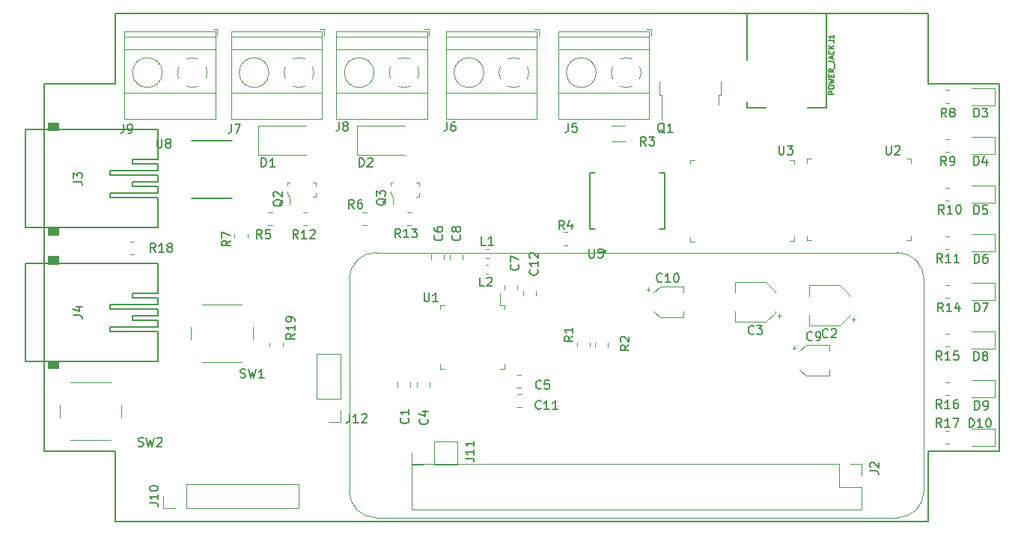
<source format=gbr>
%TF.GenerationSoftware,KiCad,Pcbnew,(5.1.9)-1*%
%TF.CreationDate,2021-07-08T16:45:59-05:00*%
%TF.ProjectId,RPi_Zero_pHat_Template,5250695f-5a65-4726-9f5f-704861745f54,rev?*%
%TF.SameCoordinates,Original*%
%TF.FileFunction,Legend,Top*%
%TF.FilePolarity,Positive*%
%FSLAX46Y46*%
G04 Gerber Fmt 4.6, Leading zero omitted, Abs format (unit mm)*
G04 Created by KiCad (PCBNEW (5.1.9)-1) date 2021-07-08 16:45:59*
%MOMM*%
%LPD*%
G01*
G04 APERTURE LIST*
%TA.AperFunction,Profile*%
%ADD10C,0.150000*%
%TD*%
%ADD11C,0.100000*%
%ADD12C,0.010000*%
%ADD13C,0.203200*%
%ADD14C,0.127000*%
%ADD15C,0.200000*%
%ADD16C,0.120000*%
%ADD17C,0.300000*%
%ADD18C,0.150000*%
G04 APERTURE END LIST*
D10*
X197750000Y-125046000D02*
X197750000Y-83546000D01*
X189750000Y-83546000D02*
X197750000Y-83546000D01*
X189750000Y-83546000D02*
X189750000Y-75546000D01*
X197750000Y-125046000D02*
X189750000Y-125046000D01*
X189750000Y-133046000D02*
X189750000Y-125046000D01*
X97750000Y-133046000D02*
X189750000Y-133046000D01*
X97750000Y-125046000D02*
X97750000Y-133046000D01*
X97750000Y-125046000D02*
X89750000Y-125046000D01*
X89750000Y-125046000D02*
X89750000Y-83546000D01*
X89750000Y-83546000D02*
X97750000Y-83546000D01*
X97750000Y-75546000D02*
X97750000Y-83546000D01*
X97750000Y-75546000D02*
X189750000Y-75546000D01*
D11*
X186260000Y-132605000D02*
G75*
G03*
X189260000Y-129605000I0J3000000D01*
G01*
X189260000Y-129605000D02*
X189260000Y-105605000D01*
X186260000Y-132605000D02*
X127260000Y-132605000D01*
X124260000Y-129605000D02*
G75*
G03*
X127260000Y-132605000I3000000J0D01*
G01*
X127260000Y-102605000D02*
G75*
G03*
X124260000Y-105605000I0J-3000000D01*
G01*
X189260000Y-105605000D02*
G75*
G03*
X186260000Y-102605000I-3000000J0D01*
G01*
X186260000Y-102605000D02*
X127260000Y-102605000D01*
X124260000Y-129605000D02*
X124260000Y-105605000D01*
D12*
%TO.C,J4*%
G36*
X91326650Y-102997000D02*
G01*
X91326650Y-103875330D01*
X90170000Y-103875330D01*
X90170000Y-102997000D01*
X91326650Y-102997000D01*
G37*
X91326650Y-102997000D02*
X91326650Y-103875330D01*
X90170000Y-103875330D01*
X90170000Y-102997000D01*
X91326650Y-102997000D01*
G36*
X91326650Y-114818670D02*
G01*
X91326650Y-115697000D01*
X90170000Y-115697000D01*
X90170000Y-114818670D01*
X91326650Y-114818670D01*
G37*
X91326650Y-114818670D02*
X91326650Y-115697000D01*
X90170000Y-115697000D01*
X90170000Y-114818670D01*
X91326650Y-114818670D01*
D13*
X102610900Y-110236000D02*
X99695000Y-110236000D01*
X102616000Y-109728000D02*
X99695000Y-109728000D01*
X99695000Y-109728000D02*
X99695000Y-110236000D01*
X97155000Y-108458000D02*
X97155000Y-108966000D01*
X102611000Y-108458000D02*
X97155000Y-108458000D01*
X102616000Y-108966000D02*
X97155000Y-108966000D01*
X99695000Y-107188000D02*
X99695000Y-107696000D01*
X102616000Y-107696000D02*
X99695000Y-107696000D01*
X102616000Y-107188000D02*
X99695000Y-107188000D01*
X102616000Y-111506000D02*
X97155000Y-111506000D01*
X87611000Y-103801000D02*
X102611000Y-103801000D01*
X97155000Y-110998000D02*
X97155000Y-111506000D01*
X102616100Y-111506000D02*
X102610900Y-111506000D01*
X102610900Y-111506000D02*
X102611000Y-114893000D01*
X102616000Y-107696000D02*
X102616000Y-108458000D01*
X87611000Y-114808000D02*
X87611000Y-103886000D01*
X102616000Y-110236000D02*
X102616000Y-110998000D01*
X102616000Y-110998000D02*
X97155000Y-110998000D01*
X102616000Y-108966000D02*
X102616000Y-109728000D01*
X102611000Y-114893000D02*
X87611000Y-114893000D01*
X102616000Y-107188000D02*
X102611000Y-107188000D01*
X102611000Y-103801000D02*
X102611000Y-107188000D01*
D12*
%TO.C,J3*%
G36*
X91326650Y-87884000D02*
G01*
X91326650Y-88762330D01*
X90170000Y-88762330D01*
X90170000Y-87884000D01*
X91326650Y-87884000D01*
G37*
X91326650Y-87884000D02*
X91326650Y-88762330D01*
X90170000Y-88762330D01*
X90170000Y-87884000D01*
X91326650Y-87884000D01*
G36*
X91326650Y-99705670D02*
G01*
X91326650Y-100584000D01*
X90170000Y-100584000D01*
X90170000Y-99705670D01*
X91326650Y-99705670D01*
G37*
X91326650Y-99705670D02*
X91326650Y-100584000D01*
X90170000Y-100584000D01*
X90170000Y-99705670D01*
X91326650Y-99705670D01*
D13*
X102610900Y-95123000D02*
X99695000Y-95123000D01*
X102616000Y-94615000D02*
X99695000Y-94615000D01*
X99695000Y-94615000D02*
X99695000Y-95123000D01*
X97155000Y-93345000D02*
X97155000Y-93853000D01*
X102611000Y-93345000D02*
X97155000Y-93345000D01*
X102616000Y-93853000D02*
X97155000Y-93853000D01*
X99695000Y-92075000D02*
X99695000Y-92583000D01*
X102616000Y-92583000D02*
X99695000Y-92583000D01*
X102616000Y-92075000D02*
X99695000Y-92075000D01*
X102616000Y-96393000D02*
X97155000Y-96393000D01*
X87611000Y-88688000D02*
X102611000Y-88688000D01*
X97155000Y-95885000D02*
X97155000Y-96393000D01*
X102616100Y-96393000D02*
X102610900Y-96393000D01*
X102610900Y-96393000D02*
X102611000Y-99780000D01*
X102616000Y-92583000D02*
X102616000Y-93345000D01*
X87611000Y-99695000D02*
X87611000Y-88773000D01*
X102616000Y-95123000D02*
X102616000Y-95885000D01*
X102616000Y-95885000D02*
X97155000Y-95885000D01*
X102616000Y-93853000D02*
X102616000Y-94615000D01*
X102611000Y-99780000D02*
X87611000Y-99780000D01*
X102616000Y-92075000D02*
X102611000Y-92075000D01*
X102611000Y-88688000D02*
X102611000Y-92075000D01*
D14*
%TO.C,U8*%
X106387000Y-96493000D02*
X111037000Y-96493000D01*
X106387000Y-89943000D02*
X111037000Y-89943000D01*
D15*
X103857000Y-90278000D02*
G75*
G03*
X103857000Y-90278000I-100000J0D01*
G01*
D16*
%TO.C,R3*%
X155413064Y-90064000D02*
X153958936Y-90064000D01*
X155413064Y-88244000D02*
X153958936Y-88244000D01*
%TO.C,J10*%
X118563700Y-131479600D02*
X118563700Y-128819600D01*
X105803700Y-131479600D02*
X118563700Y-131479600D01*
X105803700Y-128819600D02*
X118563700Y-128819600D01*
X105803700Y-131479600D02*
X105803700Y-128819600D01*
X104533700Y-131479600D02*
X103203700Y-131479600D01*
X103203700Y-131479600D02*
X103203700Y-130149600D01*
%TO.C,L2*%
X139989779Y-105031000D02*
X139664221Y-105031000D01*
X139989779Y-104011000D02*
X139664221Y-104011000D01*
%TO.C,L1*%
X139689721Y-102233000D02*
X140015279Y-102233000D01*
X139689721Y-103253000D02*
X140015279Y-103253000D01*
%TO.C,C10*%
X162034000Y-109964000D02*
X162034000Y-109264000D01*
X162034000Y-106444000D02*
X162034000Y-107144000D01*
X159403437Y-106444000D02*
X162034000Y-106444000D01*
X159403437Y-109964000D02*
X162034000Y-109964000D01*
X158703437Y-107144000D02*
X159403437Y-106444000D01*
X158703437Y-109264000D02*
X159403437Y-109964000D01*
X157899000Y-106769000D02*
X158274000Y-106769000D01*
X158086500Y-106581500D02*
X158086500Y-106956500D01*
%TO.C,C9*%
X178544000Y-116568000D02*
X178544000Y-115868000D01*
X178544000Y-113048000D02*
X178544000Y-113748000D01*
X175913437Y-113048000D02*
X178544000Y-113048000D01*
X175913437Y-116568000D02*
X178544000Y-116568000D01*
X175213437Y-113748000D02*
X175913437Y-113048000D01*
X175213437Y-115868000D02*
X175913437Y-116568000D01*
X174409000Y-113373000D02*
X174784000Y-113373000D01*
X174596500Y-113185500D02*
X174596500Y-113560500D01*
%TO.C,C3*%
X167920000Y-105944000D02*
X167920000Y-107144000D01*
X167920000Y-110464000D02*
X167920000Y-109264000D01*
X171375563Y-110464000D02*
X167920000Y-110464000D01*
X171375563Y-105944000D02*
X167920000Y-105944000D01*
X172440000Y-107008437D02*
X172440000Y-107144000D01*
X172440000Y-109399563D02*
X172440000Y-109264000D01*
X172440000Y-109399563D02*
X171375563Y-110464000D01*
X172440000Y-107008437D02*
X171375563Y-105944000D01*
X173180000Y-109764000D02*
X172680000Y-109764000D01*
X172930000Y-110014000D02*
X172930000Y-109514000D01*
%TO.C,C2*%
X176302000Y-106325000D02*
X176302000Y-107525000D01*
X176302000Y-110845000D02*
X176302000Y-109645000D01*
X179757563Y-110845000D02*
X176302000Y-110845000D01*
X179757563Y-106325000D02*
X176302000Y-106325000D01*
X180822000Y-107389437D02*
X180822000Y-107525000D01*
X180822000Y-109780563D02*
X180822000Y-109645000D01*
X180822000Y-109780563D02*
X179757563Y-110845000D01*
X180822000Y-107389437D02*
X179757563Y-106325000D01*
X181562000Y-110145000D02*
X181062000Y-110145000D01*
X181312000Y-110395000D02*
X181312000Y-109895000D01*
%TO.C,SW2*%
X98494800Y-121313200D02*
X98494800Y-119813200D01*
X97244800Y-117313200D02*
X92744800Y-117313200D01*
X91494800Y-119813200D02*
X91494800Y-121313200D01*
X92744800Y-123813200D02*
X97244800Y-123813200D01*
%TO.C,J11*%
X131296100Y-126615500D02*
X131296100Y-125285500D01*
X132626100Y-126615500D02*
X131296100Y-126615500D01*
X133896100Y-126615500D02*
X133896100Y-123955500D01*
X133896100Y-123955500D02*
X136496100Y-123955500D01*
X133896100Y-126615500D02*
X136496100Y-126615500D01*
X136496100Y-126615500D02*
X136496100Y-123955500D01*
%TO.C,C1*%
X129719400Y-117797252D02*
X129719400Y-117274748D01*
X131189400Y-117797252D02*
X131189400Y-117274748D01*
D11*
%TO.C,Q2*%
X117222000Y-94679000D02*
X117522000Y-94679000D01*
X117222000Y-95054000D02*
X117222000Y-94679000D01*
X120522000Y-94679000D02*
X120522000Y-95129000D01*
X120222000Y-94679000D02*
X120522000Y-94679000D01*
X120297000Y-94679000D02*
X120172000Y-94679000D01*
X120522000Y-96329000D02*
X120172000Y-96329000D01*
X120522000Y-95854000D02*
X120522000Y-96329000D01*
X117547000Y-96329000D02*
X117547000Y-97104000D01*
X117497000Y-96329000D02*
X117547000Y-96329000D01*
X117222000Y-95954000D02*
X117497000Y-96329000D01*
X117222000Y-95679000D02*
X117222000Y-95954000D01*
D16*
%TO.C,D2*%
X125124000Y-88266000D02*
X130524000Y-88266000D01*
X125124000Y-91566000D02*
X130524000Y-91566000D01*
X125124000Y-88266000D02*
X125124000Y-91566000D01*
%TO.C,D1*%
X113980000Y-88266000D02*
X119380000Y-88266000D01*
X113980000Y-91566000D02*
X119380000Y-91566000D01*
X113980000Y-88266000D02*
X113980000Y-91566000D01*
D11*
%TO.C,Q3*%
X128906000Y-94679000D02*
X129206000Y-94679000D01*
X128906000Y-95054000D02*
X128906000Y-94679000D01*
X132206000Y-94679000D02*
X132206000Y-95129000D01*
X131906000Y-94679000D02*
X132206000Y-94679000D01*
X131981000Y-94679000D02*
X131856000Y-94679000D01*
X132206000Y-96329000D02*
X131856000Y-96329000D01*
X132206000Y-95854000D02*
X132206000Y-96329000D01*
X129231000Y-96329000D02*
X129231000Y-97104000D01*
X129181000Y-96329000D02*
X129231000Y-96329000D01*
X128906000Y-95954000D02*
X129181000Y-96329000D01*
X128906000Y-95679000D02*
X128906000Y-95954000D01*
D16*
%TO.C,D3*%
X197313500Y-84003000D02*
X194628500Y-84003000D01*
X197313500Y-85923000D02*
X197313500Y-84003000D01*
X194628500Y-85923000D02*
X197313500Y-85923000D01*
%TO.C,J12*%
X123237300Y-114049500D02*
X120577300Y-114049500D01*
X123237300Y-119189500D02*
X123237300Y-114049500D01*
X120577300Y-119189500D02*
X120577300Y-114049500D01*
X123237300Y-119189500D02*
X120577300Y-119189500D01*
X123237300Y-120459500D02*
X123237300Y-121789500D01*
X123237300Y-121789500D02*
X121907300Y-121789500D01*
%TO.C,J2*%
X182220000Y-126505000D02*
X182220000Y-127835000D01*
X180890000Y-126505000D02*
X182220000Y-126505000D01*
X182220000Y-129105000D02*
X182220000Y-131705000D01*
X179620000Y-129105000D02*
X182220000Y-129105000D01*
X179620000Y-126505000D02*
X179620000Y-129105000D01*
X182220000Y-131705000D02*
X131300000Y-131705000D01*
X179620000Y-126505000D02*
X131300000Y-126505000D01*
X131300000Y-126505000D02*
X131300000Y-131705000D01*
%TO.C,SW1*%
X113341100Y-112499400D02*
X113341100Y-110999400D01*
X112091100Y-108499400D02*
X107591100Y-108499400D01*
X106341100Y-110999400D02*
X106341100Y-112499400D01*
X107591100Y-114999400D02*
X112091100Y-114999400D01*
%TO.C,C7*%
X141797100Y-106788852D02*
X141797100Y-106266348D01*
X143267100Y-106788852D02*
X143267100Y-106266348D01*
%TO.C,C11*%
X143745852Y-120089600D02*
X143223348Y-120089600D01*
X143745852Y-118619600D02*
X143223348Y-118619600D01*
%TO.C,C5*%
X143682352Y-117905200D02*
X143159848Y-117905200D01*
X143682352Y-116435200D02*
X143159848Y-116435200D01*
%TO.C,C4*%
X131891100Y-117799752D02*
X131891100Y-117277248D01*
X133361100Y-117799752D02*
X133361100Y-117277248D01*
%TO.C,R19*%
X115266800Y-112813736D02*
X115266800Y-113267864D01*
X116736800Y-112813736D02*
X116736800Y-113267864D01*
%TO.C,C8*%
X137069500Y-103375052D02*
X137069500Y-102852548D01*
X135599500Y-103375052D02*
X135599500Y-102852548D01*
%TO.C,C6*%
X134961300Y-103375052D02*
X134961300Y-102852548D01*
X133491300Y-103375052D02*
X133491300Y-102852548D01*
%TO.C,J8*%
X127054400Y-82245200D02*
G75*
G03*
X127054400Y-82245200I-1680000J0D01*
G01*
X133054400Y-78145200D02*
X122774400Y-78145200D01*
X133054400Y-79645200D02*
X122774400Y-79645200D01*
X133054400Y-84546200D02*
X122774400Y-84546200D01*
X133054400Y-87506200D02*
X122774400Y-87506200D01*
X133054400Y-77585200D02*
X122774400Y-77585200D01*
X133054400Y-87506200D02*
X133054400Y-77585200D01*
X122774400Y-87506200D02*
X122774400Y-77585200D01*
X124099400Y-83314200D02*
X124146400Y-83268200D01*
X126408400Y-81006200D02*
X126443400Y-80971200D01*
X124304400Y-83520200D02*
X124339400Y-83484200D01*
X126601400Y-81222200D02*
X126648400Y-81176200D01*
X133294400Y-78085200D02*
X133294400Y-77345200D01*
X133294400Y-77345200D02*
X132794400Y-77345200D01*
X130425595Y-80564947D02*
G75*
G02*
X131138400Y-80710200I28805J-1680253D01*
G01*
X131989826Y-81562158D02*
G75*
G02*
X131989400Y-82929200I-1535426J-683042D01*
G01*
X131137442Y-83780626D02*
G75*
G02*
X129770400Y-83780200I-683042J1535426D01*
G01*
X128918974Y-82928242D02*
G75*
G02*
X128919400Y-81561200I1535426J683042D01*
G01*
X129771082Y-80710444D02*
G75*
G02*
X130454400Y-80565200I683318J-1534756D01*
G01*
%TO.C,J7*%
X115167200Y-82245200D02*
G75*
G03*
X115167200Y-82245200I-1680000J0D01*
G01*
X121167200Y-78145200D02*
X110887200Y-78145200D01*
X121167200Y-79645200D02*
X110887200Y-79645200D01*
X121167200Y-84546200D02*
X110887200Y-84546200D01*
X121167200Y-87506200D02*
X110887200Y-87506200D01*
X121167200Y-77585200D02*
X110887200Y-77585200D01*
X121167200Y-87506200D02*
X121167200Y-77585200D01*
X110887200Y-87506200D02*
X110887200Y-77585200D01*
X112212200Y-83314200D02*
X112259200Y-83268200D01*
X114521200Y-81006200D02*
X114556200Y-80971200D01*
X112417200Y-83520200D02*
X112452200Y-83484200D01*
X114714200Y-81222200D02*
X114761200Y-81176200D01*
X121407200Y-78085200D02*
X121407200Y-77345200D01*
X121407200Y-77345200D02*
X120907200Y-77345200D01*
X118538395Y-80564947D02*
G75*
G02*
X119251200Y-80710200I28805J-1680253D01*
G01*
X120102626Y-81562158D02*
G75*
G02*
X120102200Y-82929200I-1535426J-683042D01*
G01*
X119250242Y-83780626D02*
G75*
G02*
X117883200Y-83780200I-683042J1535426D01*
G01*
X117031774Y-82928242D02*
G75*
G02*
X117032200Y-81561200I1535426J683042D01*
G01*
X117883882Y-80710444D02*
G75*
G02*
X118567200Y-80565200I683318J-1534756D01*
G01*
%TO.C,R18*%
X99444436Y-101373000D02*
X99898564Y-101373000D01*
X99444436Y-102843000D02*
X99898564Y-102843000D01*
%TO.C,R17*%
X191669936Y-122798000D02*
X192124064Y-122798000D01*
X191669936Y-124268000D02*
X192124064Y-124268000D01*
%TO.C,D10*%
X194628500Y-124493000D02*
X197313500Y-124493000D01*
X197313500Y-124493000D02*
X197313500Y-122573000D01*
X197313500Y-122573000D02*
X194628500Y-122573000D01*
%TO.C,R16*%
X191669936Y-117288000D02*
X192124064Y-117288000D01*
X191669936Y-118758000D02*
X192124064Y-118758000D01*
%TO.C,D9*%
X194628500Y-118983000D02*
X197313500Y-118983000D01*
X197313500Y-118983000D02*
X197313500Y-117063000D01*
X197313500Y-117063000D02*
X194628500Y-117063000D01*
%TO.C,R15*%
X191669936Y-111778000D02*
X192124064Y-111778000D01*
X191669936Y-113248000D02*
X192124064Y-113248000D01*
%TO.C,D8*%
X194628500Y-113473000D02*
X197313500Y-113473000D01*
X197313500Y-113473000D02*
X197313500Y-111553000D01*
X197313500Y-111553000D02*
X194628500Y-111553000D01*
%TO.C,R14*%
X191669936Y-106268000D02*
X192124064Y-106268000D01*
X191669936Y-107738000D02*
X192124064Y-107738000D01*
%TO.C,D7*%
X194628500Y-107963000D02*
X197313500Y-107963000D01*
X197313500Y-107963000D02*
X197313500Y-106043000D01*
X197313500Y-106043000D02*
X194628500Y-106043000D01*
%TO.C,R13*%
X131291064Y-99541000D02*
X130836936Y-99541000D01*
X131291064Y-98071000D02*
X130836936Y-98071000D01*
%TO.C,R12*%
X119503564Y-99541000D02*
X119049436Y-99541000D01*
X119503564Y-98071000D02*
X119049436Y-98071000D01*
%TO.C,R11*%
X191669936Y-102228000D02*
X192124064Y-102228000D01*
X191669936Y-100758000D02*
X192124064Y-100758000D01*
%TO.C,D6*%
X197313500Y-100533000D02*
X194628500Y-100533000D01*
X197313500Y-102453000D02*
X197313500Y-100533000D01*
X194628500Y-102453000D02*
X197313500Y-102453000D01*
D17*
%TO.C,U5*%
X153202000Y-102474000D02*
G75*
G03*
X153202000Y-102474000I-100000J0D01*
G01*
D14*
X159957000Y-99924000D02*
X159957000Y-93624000D01*
X159952000Y-99949000D02*
X159352000Y-99949000D01*
X159952000Y-93599000D02*
X159352000Y-93599000D01*
X151447000Y-99949000D02*
X152052000Y-99949000D01*
X151447000Y-93599000D02*
X151447000Y-99949000D01*
X152052000Y-93599000D02*
X151447000Y-93599000D01*
D16*
%TO.C,Q1*%
X165994000Y-84766000D02*
X165994000Y-85866000D01*
X166264000Y-84766000D02*
X165994000Y-84766000D01*
X166264000Y-83266000D02*
X166264000Y-84766000D01*
X159634000Y-84766000D02*
X159634000Y-87596000D01*
X159364000Y-84766000D02*
X159634000Y-84766000D01*
X159364000Y-83266000D02*
X159364000Y-84766000D01*
%TO.C,R10*%
X191669936Y-95248000D02*
X192124064Y-95248000D01*
X191669936Y-96718000D02*
X192124064Y-96718000D01*
%TO.C,D5*%
X194628500Y-96943000D02*
X197313500Y-96943000D01*
X197313500Y-96943000D02*
X197313500Y-95023000D01*
X197313500Y-95023000D02*
X194628500Y-95023000D01*
%TO.C,R9*%
X192124064Y-91208000D02*
X191669936Y-91208000D01*
X192124064Y-89738000D02*
X191669936Y-89738000D01*
%TO.C,R8*%
X192124064Y-85698000D02*
X191669936Y-85698000D01*
X192124064Y-84228000D02*
X191669936Y-84228000D01*
%TO.C,D4*%
X194628500Y-91433000D02*
X197313500Y-91433000D01*
X197313500Y-91433000D02*
X197313500Y-89513000D01*
X197313500Y-89513000D02*
X194628500Y-89513000D01*
%TO.C,U1*%
X134566000Y-115301000D02*
X134566000Y-115751000D01*
X134566000Y-115751000D02*
X135016000Y-115751000D01*
X134566000Y-108981000D02*
X134566000Y-108531000D01*
X134566000Y-108531000D02*
X135016000Y-108531000D01*
X141786000Y-115301000D02*
X141786000Y-115751000D01*
X141786000Y-115751000D02*
X141336000Y-115751000D01*
X141786000Y-108981000D02*
X141786000Y-108531000D01*
X141786000Y-108531000D02*
X141336000Y-108531000D01*
X141336000Y-108531000D02*
X141336000Y-107241000D01*
%TO.C,R2*%
X153541400Y-112817536D02*
X153541400Y-113271664D01*
X152071400Y-112817536D02*
X152071400Y-113271664D01*
%TO.C,R1*%
X151484000Y-112815636D02*
X151484000Y-113269764D01*
X150014000Y-112815636D02*
X150014000Y-113269764D01*
%TO.C,C12*%
X143905300Y-107464452D02*
X143905300Y-106941948D01*
X145375300Y-107464452D02*
X145375300Y-106941948D01*
%TO.C,R7*%
X112749000Y-100507436D02*
X112749000Y-100961564D01*
X111279000Y-100507436D02*
X111279000Y-100961564D01*
%TO.C,R6*%
X126211064Y-98071000D02*
X125756936Y-98071000D01*
X126211064Y-99541000D02*
X125756936Y-99541000D01*
%TO.C,R5*%
X115543064Y-98071000D02*
X115088936Y-98071000D01*
X115543064Y-99541000D02*
X115088936Y-99541000D01*
%TO.C,J9*%
X109342200Y-77345200D02*
X108842200Y-77345200D01*
X109342200Y-78085200D02*
X109342200Y-77345200D01*
X102649200Y-81222200D02*
X102696200Y-81176200D01*
X100352200Y-83520200D02*
X100387200Y-83484200D01*
X102456200Y-81006200D02*
X102491200Y-80971200D01*
X100147200Y-83314200D02*
X100194200Y-83268200D01*
X98822200Y-87506200D02*
X98822200Y-77585200D01*
X109102200Y-87506200D02*
X109102200Y-77585200D01*
X109102200Y-77585200D02*
X98822200Y-77585200D01*
X109102200Y-87506200D02*
X98822200Y-87506200D01*
X109102200Y-84546200D02*
X98822200Y-84546200D01*
X109102200Y-79645200D02*
X98822200Y-79645200D01*
X109102200Y-78145200D02*
X98822200Y-78145200D01*
X103102200Y-82245200D02*
G75*
G03*
X103102200Y-82245200I-1680000J0D01*
G01*
X106473395Y-80564947D02*
G75*
G02*
X107186200Y-80710200I28805J-1680253D01*
G01*
X108037626Y-81562158D02*
G75*
G02*
X108037200Y-82929200I-1535426J-683042D01*
G01*
X107185242Y-83780626D02*
G75*
G02*
X105818200Y-83780200I-683042J1535426D01*
G01*
X104966774Y-82928242D02*
G75*
G02*
X104967200Y-81561200I1535426J683042D01*
G01*
X105818882Y-80710444D02*
G75*
G02*
X106502200Y-80565200I683318J-1534756D01*
G01*
%TO.C,J6*%
X145715000Y-77345200D02*
X145215000Y-77345200D01*
X145715000Y-78085200D02*
X145715000Y-77345200D01*
X139022000Y-81222200D02*
X139069000Y-81176200D01*
X136725000Y-83520200D02*
X136760000Y-83484200D01*
X138829000Y-81006200D02*
X138864000Y-80971200D01*
X136520000Y-83314200D02*
X136567000Y-83268200D01*
X135195000Y-87506200D02*
X135195000Y-77585200D01*
X145475000Y-87506200D02*
X145475000Y-77585200D01*
X145475000Y-77585200D02*
X135195000Y-77585200D01*
X145475000Y-87506200D02*
X135195000Y-87506200D01*
X145475000Y-84546200D02*
X135195000Y-84546200D01*
X145475000Y-79645200D02*
X135195000Y-79645200D01*
X145475000Y-78145200D02*
X135195000Y-78145200D01*
X139475000Y-82245200D02*
G75*
G03*
X139475000Y-82245200I-1680000J0D01*
G01*
X142846195Y-80564947D02*
G75*
G02*
X143559000Y-80710200I28805J-1680253D01*
G01*
X144410426Y-81562158D02*
G75*
G02*
X144410000Y-82929200I-1535426J-683042D01*
G01*
X143558042Y-83780626D02*
G75*
G02*
X142191000Y-83780200I-683042J1535426D01*
G01*
X141339574Y-82928242D02*
G75*
G02*
X141340000Y-81561200I1535426J683042D01*
G01*
X142191682Y-80710444D02*
G75*
G02*
X142875000Y-80565200I683318J-1534756D01*
G01*
%TO.C,J5*%
X158415000Y-77345200D02*
X157915000Y-77345200D01*
X158415000Y-78085200D02*
X158415000Y-77345200D01*
X151722000Y-81222200D02*
X151769000Y-81176200D01*
X149425000Y-83520200D02*
X149460000Y-83484200D01*
X151529000Y-81006200D02*
X151564000Y-80971200D01*
X149220000Y-83314200D02*
X149267000Y-83268200D01*
X147895000Y-87506200D02*
X147895000Y-77585200D01*
X158175000Y-87506200D02*
X158175000Y-77585200D01*
X158175000Y-77585200D02*
X147895000Y-77585200D01*
X158175000Y-87506200D02*
X147895000Y-87506200D01*
X158175000Y-84546200D02*
X147895000Y-84546200D01*
X158175000Y-79645200D02*
X147895000Y-79645200D01*
X158175000Y-78145200D02*
X147895000Y-78145200D01*
X152175000Y-82245200D02*
G75*
G03*
X152175000Y-82245200I-1680000J0D01*
G01*
X155546195Y-80564947D02*
G75*
G02*
X156259000Y-80710200I28805J-1680253D01*
G01*
X157110426Y-81562158D02*
G75*
G02*
X157110000Y-82929200I-1535426J-683042D01*
G01*
X156258042Y-83780626D02*
G75*
G02*
X154891000Y-83780200I-683042J1535426D01*
G01*
X154039574Y-82928242D02*
G75*
G02*
X154040000Y-81561200I1535426J683042D01*
G01*
X154891682Y-80710444D02*
G75*
G02*
X155575000Y-80565200I683318J-1534756D01*
G01*
%TO.C,R4*%
X148967564Y-101776200D02*
X148513436Y-101776200D01*
X148967564Y-100306200D02*
X148513436Y-100306200D01*
D13*
%TO.C,J1*%
X178234340Y-75534520D02*
X169237660Y-75534520D01*
X178234340Y-86233000D02*
X176133760Y-86233000D01*
X178234340Y-75534520D02*
X178234340Y-86233000D01*
X169237660Y-86233000D02*
X169237660Y-85534500D01*
X169237660Y-75534520D02*
X169237660Y-80832960D01*
X169237660Y-86233000D02*
X171338240Y-86233000D01*
D11*
%TO.C,U2*%
X176004000Y-101233000D02*
X176004000Y-100733000D01*
X176004000Y-101233000D02*
X176504000Y-101233000D01*
X187754000Y-101183000D02*
X187254000Y-101183000D01*
X187754000Y-101183000D02*
X187754000Y-100683000D01*
X176004000Y-91983000D02*
X176004000Y-92483000D01*
X176004000Y-91983000D02*
X176504000Y-91983000D01*
X187754000Y-91983000D02*
X187254000Y-91983000D01*
X187754000Y-91983000D02*
X187754000Y-92483000D01*
%TO.C,U3*%
X162796000Y-101360000D02*
X162796000Y-100860000D01*
X162796000Y-101360000D02*
X163296000Y-101360000D01*
X174546000Y-101310000D02*
X174046000Y-101310000D01*
X174546000Y-101310000D02*
X174546000Y-100810000D01*
X162796000Y-92110000D02*
X162796000Y-92610000D01*
X162796000Y-92110000D02*
X163296000Y-92110000D01*
X174546000Y-92110000D02*
X174046000Y-92110000D01*
X174546000Y-92110000D02*
X174546000Y-92610000D01*
%TD*%
%TO.C,J4*%
D18*
X93051380Y-109680333D02*
X93765666Y-109680333D01*
X93908523Y-109727952D01*
X94003761Y-109823190D01*
X94051380Y-109966047D01*
X94051380Y-110061285D01*
X93384714Y-108775571D02*
X94051380Y-108775571D01*
X93003761Y-109013666D02*
X93718047Y-109251761D01*
X93718047Y-108632714D01*
%TO.C,J3*%
X93051380Y-94567333D02*
X93765666Y-94567333D01*
X93908523Y-94614952D01*
X94003761Y-94710190D01*
X94051380Y-94853047D01*
X94051380Y-94948285D01*
X93051380Y-94186380D02*
X93051380Y-93567333D01*
X93432333Y-93900666D01*
X93432333Y-93757809D01*
X93479952Y-93662571D01*
X93527571Y-93614952D01*
X93622809Y-93567333D01*
X93860904Y-93567333D01*
X93956142Y-93614952D01*
X94003761Y-93662571D01*
X94051380Y-93757809D01*
X94051380Y-94043523D01*
X94003761Y-94138761D01*
X93956142Y-94186380D01*
%TO.C,U8*%
X102489095Y-89749380D02*
X102489095Y-90558904D01*
X102536714Y-90654142D01*
X102584333Y-90701761D01*
X102679571Y-90749380D01*
X102870047Y-90749380D01*
X102965285Y-90701761D01*
X103012904Y-90654142D01*
X103060523Y-90558904D01*
X103060523Y-89749380D01*
X103679571Y-90177952D02*
X103584333Y-90130333D01*
X103536714Y-90082714D01*
X103489095Y-89987476D01*
X103489095Y-89939857D01*
X103536714Y-89844619D01*
X103584333Y-89797000D01*
X103679571Y-89749380D01*
X103870047Y-89749380D01*
X103965285Y-89797000D01*
X104012904Y-89844619D01*
X104060523Y-89939857D01*
X104060523Y-89987476D01*
X104012904Y-90082714D01*
X103965285Y-90130333D01*
X103870047Y-90177952D01*
X103679571Y-90177952D01*
X103584333Y-90225571D01*
X103536714Y-90273190D01*
X103489095Y-90368428D01*
X103489095Y-90558904D01*
X103536714Y-90654142D01*
X103584333Y-90701761D01*
X103679571Y-90749380D01*
X103870047Y-90749380D01*
X103965285Y-90701761D01*
X104012904Y-90654142D01*
X104060523Y-90558904D01*
X104060523Y-90368428D01*
X104012904Y-90273190D01*
X103965285Y-90225571D01*
X103870047Y-90177952D01*
%TO.C,R3*%
X157821333Y-90495380D02*
X157488000Y-90019190D01*
X157249904Y-90495380D02*
X157249904Y-89495380D01*
X157630857Y-89495380D01*
X157726095Y-89543000D01*
X157773714Y-89590619D01*
X157821333Y-89685857D01*
X157821333Y-89828714D01*
X157773714Y-89923952D01*
X157726095Y-89971571D01*
X157630857Y-90019190D01*
X157249904Y-90019190D01*
X158154666Y-89495380D02*
X158773714Y-89495380D01*
X158440380Y-89876333D01*
X158583238Y-89876333D01*
X158678476Y-89923952D01*
X158726095Y-89971571D01*
X158773714Y-90066809D01*
X158773714Y-90304904D01*
X158726095Y-90400142D01*
X158678476Y-90447761D01*
X158583238Y-90495380D01*
X158297523Y-90495380D01*
X158202285Y-90447761D01*
X158154666Y-90400142D01*
%TO.C,J10*%
X101656080Y-130959123D02*
X102370366Y-130959123D01*
X102513223Y-131006742D01*
X102608461Y-131101980D01*
X102656080Y-131244838D01*
X102656080Y-131340076D01*
X102656080Y-129959123D02*
X102656080Y-130530552D01*
X102656080Y-130244838D02*
X101656080Y-130244838D01*
X101798938Y-130340076D01*
X101894176Y-130435314D01*
X101941795Y-130530552D01*
X101656080Y-129340076D02*
X101656080Y-129244838D01*
X101703700Y-129149600D01*
X101751319Y-129101980D01*
X101846557Y-129054361D01*
X102037033Y-129006742D01*
X102275128Y-129006742D01*
X102465604Y-129054361D01*
X102560842Y-129101980D01*
X102608461Y-129149600D01*
X102656080Y-129244838D01*
X102656080Y-129340076D01*
X102608461Y-129435314D01*
X102560842Y-129482933D01*
X102465604Y-129530552D01*
X102275128Y-129578171D01*
X102037033Y-129578171D01*
X101846557Y-129530552D01*
X101751319Y-129482933D01*
X101703700Y-129435314D01*
X101656080Y-129340076D01*
%TO.C,L2*%
X139533333Y-106403380D02*
X139057142Y-106403380D01*
X139057142Y-105403380D01*
X139819047Y-105498619D02*
X139866666Y-105451000D01*
X139961904Y-105403380D01*
X140200000Y-105403380D01*
X140295238Y-105451000D01*
X140342857Y-105498619D01*
X140390476Y-105593857D01*
X140390476Y-105689095D01*
X140342857Y-105831952D01*
X139771428Y-106403380D01*
X140390476Y-106403380D01*
%TO.C,L1*%
X139685833Y-101765380D02*
X139209642Y-101765380D01*
X139209642Y-100765380D01*
X140542976Y-101765380D02*
X139971547Y-101765380D01*
X140257261Y-101765380D02*
X140257261Y-100765380D01*
X140162023Y-100908238D01*
X140066785Y-101003476D01*
X139971547Y-101051095D01*
%TO.C,C10*%
X159631142Y-105861142D02*
X159583523Y-105908761D01*
X159440666Y-105956380D01*
X159345428Y-105956380D01*
X159202571Y-105908761D01*
X159107333Y-105813523D01*
X159059714Y-105718285D01*
X159012095Y-105527809D01*
X159012095Y-105384952D01*
X159059714Y-105194476D01*
X159107333Y-105099238D01*
X159202571Y-105004000D01*
X159345428Y-104956380D01*
X159440666Y-104956380D01*
X159583523Y-105004000D01*
X159631142Y-105051619D01*
X160583523Y-105956380D02*
X160012095Y-105956380D01*
X160297809Y-105956380D02*
X160297809Y-104956380D01*
X160202571Y-105099238D01*
X160107333Y-105194476D01*
X160012095Y-105242095D01*
X161202571Y-104956380D02*
X161297809Y-104956380D01*
X161393047Y-105004000D01*
X161440666Y-105051619D01*
X161488285Y-105146857D01*
X161535904Y-105337333D01*
X161535904Y-105575428D01*
X161488285Y-105765904D01*
X161440666Y-105861142D01*
X161393047Y-105908761D01*
X161297809Y-105956380D01*
X161202571Y-105956380D01*
X161107333Y-105908761D01*
X161059714Y-105861142D01*
X161012095Y-105765904D01*
X160964476Y-105575428D01*
X160964476Y-105337333D01*
X161012095Y-105146857D01*
X161059714Y-105051619D01*
X161107333Y-105004000D01*
X161202571Y-104956380D01*
%TO.C,C9*%
X176617333Y-112465142D02*
X176569714Y-112512761D01*
X176426857Y-112560380D01*
X176331619Y-112560380D01*
X176188761Y-112512761D01*
X176093523Y-112417523D01*
X176045904Y-112322285D01*
X175998285Y-112131809D01*
X175998285Y-111988952D01*
X176045904Y-111798476D01*
X176093523Y-111703238D01*
X176188761Y-111608000D01*
X176331619Y-111560380D01*
X176426857Y-111560380D01*
X176569714Y-111608000D01*
X176617333Y-111655619D01*
X177093523Y-112560380D02*
X177284000Y-112560380D01*
X177379238Y-112512761D01*
X177426857Y-112465142D01*
X177522095Y-112322285D01*
X177569714Y-112131809D01*
X177569714Y-111750857D01*
X177522095Y-111655619D01*
X177474476Y-111608000D01*
X177379238Y-111560380D01*
X177188761Y-111560380D01*
X177093523Y-111608000D01*
X177045904Y-111655619D01*
X176998285Y-111750857D01*
X176998285Y-111988952D01*
X177045904Y-112084190D01*
X177093523Y-112131809D01*
X177188761Y-112179428D01*
X177379238Y-112179428D01*
X177474476Y-112131809D01*
X177522095Y-112084190D01*
X177569714Y-111988952D01*
%TO.C,C3*%
X170013333Y-111761142D02*
X169965714Y-111808761D01*
X169822857Y-111856380D01*
X169727619Y-111856380D01*
X169584761Y-111808761D01*
X169489523Y-111713523D01*
X169441904Y-111618285D01*
X169394285Y-111427809D01*
X169394285Y-111284952D01*
X169441904Y-111094476D01*
X169489523Y-110999238D01*
X169584761Y-110904000D01*
X169727619Y-110856380D01*
X169822857Y-110856380D01*
X169965714Y-110904000D01*
X170013333Y-110951619D01*
X170346666Y-110856380D02*
X170965714Y-110856380D01*
X170632380Y-111237333D01*
X170775238Y-111237333D01*
X170870476Y-111284952D01*
X170918095Y-111332571D01*
X170965714Y-111427809D01*
X170965714Y-111665904D01*
X170918095Y-111761142D01*
X170870476Y-111808761D01*
X170775238Y-111856380D01*
X170489523Y-111856380D01*
X170394285Y-111808761D01*
X170346666Y-111761142D01*
%TO.C,C2*%
X178395333Y-112142142D02*
X178347714Y-112189761D01*
X178204857Y-112237380D01*
X178109619Y-112237380D01*
X177966761Y-112189761D01*
X177871523Y-112094523D01*
X177823904Y-111999285D01*
X177776285Y-111808809D01*
X177776285Y-111665952D01*
X177823904Y-111475476D01*
X177871523Y-111380238D01*
X177966761Y-111285000D01*
X178109619Y-111237380D01*
X178204857Y-111237380D01*
X178347714Y-111285000D01*
X178395333Y-111332619D01*
X178776285Y-111332619D02*
X178823904Y-111285000D01*
X178919142Y-111237380D01*
X179157238Y-111237380D01*
X179252476Y-111285000D01*
X179300095Y-111332619D01*
X179347714Y-111427857D01*
X179347714Y-111523095D01*
X179300095Y-111665952D01*
X178728666Y-112237380D01*
X179347714Y-112237380D01*
%TO.C,SW2*%
X100393666Y-124483761D02*
X100536523Y-124531380D01*
X100774619Y-124531380D01*
X100869857Y-124483761D01*
X100917476Y-124436142D01*
X100965095Y-124340904D01*
X100965095Y-124245666D01*
X100917476Y-124150428D01*
X100869857Y-124102809D01*
X100774619Y-124055190D01*
X100584142Y-124007571D01*
X100488904Y-123959952D01*
X100441285Y-123912333D01*
X100393666Y-123817095D01*
X100393666Y-123721857D01*
X100441285Y-123626619D01*
X100488904Y-123579000D01*
X100584142Y-123531380D01*
X100822238Y-123531380D01*
X100965095Y-123579000D01*
X101298428Y-123531380D02*
X101536523Y-124531380D01*
X101727000Y-123817095D01*
X101917476Y-124531380D01*
X102155571Y-123531380D01*
X102488904Y-123626619D02*
X102536523Y-123579000D01*
X102631761Y-123531380D01*
X102869857Y-123531380D01*
X102965095Y-123579000D01*
X103012714Y-123626619D01*
X103060333Y-123721857D01*
X103060333Y-123817095D01*
X103012714Y-123959952D01*
X102441285Y-124531380D01*
X103060333Y-124531380D01*
%TO.C,J11*%
X137374380Y-125904523D02*
X138088666Y-125904523D01*
X138231523Y-125952142D01*
X138326761Y-126047380D01*
X138374380Y-126190238D01*
X138374380Y-126285476D01*
X138374380Y-124904523D02*
X138374380Y-125475952D01*
X138374380Y-125190238D02*
X137374380Y-125190238D01*
X137517238Y-125285476D01*
X137612476Y-125380714D01*
X137660095Y-125475952D01*
X138374380Y-123952142D02*
X138374380Y-124523571D01*
X138374380Y-124237857D02*
X137374380Y-124237857D01*
X137517238Y-124333095D01*
X137612476Y-124428333D01*
X137660095Y-124523571D01*
%TO.C,C1*%
X130913142Y-121324666D02*
X130960761Y-121372285D01*
X131008380Y-121515142D01*
X131008380Y-121610380D01*
X130960761Y-121753238D01*
X130865523Y-121848476D01*
X130770285Y-121896095D01*
X130579809Y-121943714D01*
X130436952Y-121943714D01*
X130246476Y-121896095D01*
X130151238Y-121848476D01*
X130056000Y-121753238D01*
X130008380Y-121610380D01*
X130008380Y-121515142D01*
X130056000Y-121372285D01*
X130103619Y-121324666D01*
X131008380Y-120372285D02*
X131008380Y-120943714D01*
X131008380Y-120658000D02*
X130008380Y-120658000D01*
X130151238Y-120753238D01*
X130246476Y-120848476D01*
X130294095Y-120943714D01*
%TO.C,Q2*%
X116752619Y-96615238D02*
X116705000Y-96710476D01*
X116609761Y-96805714D01*
X116466904Y-96948571D01*
X116419285Y-97043809D01*
X116419285Y-97139047D01*
X116657380Y-97091428D02*
X116609761Y-97186666D01*
X116514523Y-97281904D01*
X116324047Y-97329523D01*
X115990714Y-97329523D01*
X115800238Y-97281904D01*
X115705000Y-97186666D01*
X115657380Y-97091428D01*
X115657380Y-96900952D01*
X115705000Y-96805714D01*
X115800238Y-96710476D01*
X115990714Y-96662857D01*
X116324047Y-96662857D01*
X116514523Y-96710476D01*
X116609761Y-96805714D01*
X116657380Y-96900952D01*
X116657380Y-97091428D01*
X115752619Y-96281904D02*
X115705000Y-96234285D01*
X115657380Y-96139047D01*
X115657380Y-95900952D01*
X115705000Y-95805714D01*
X115752619Y-95758095D01*
X115847857Y-95710476D01*
X115943095Y-95710476D01*
X116085952Y-95758095D01*
X116657380Y-96329523D01*
X116657380Y-95710476D01*
%TO.C,D2*%
X125372904Y-92908380D02*
X125372904Y-91908380D01*
X125611000Y-91908380D01*
X125753857Y-91956000D01*
X125849095Y-92051238D01*
X125896714Y-92146476D01*
X125944333Y-92336952D01*
X125944333Y-92479809D01*
X125896714Y-92670285D01*
X125849095Y-92765523D01*
X125753857Y-92860761D01*
X125611000Y-92908380D01*
X125372904Y-92908380D01*
X126325285Y-92003619D02*
X126372904Y-91956000D01*
X126468142Y-91908380D01*
X126706238Y-91908380D01*
X126801476Y-91956000D01*
X126849095Y-92003619D01*
X126896714Y-92098857D01*
X126896714Y-92194095D01*
X126849095Y-92336952D01*
X126277666Y-92908380D01*
X126896714Y-92908380D01*
%TO.C,D1*%
X114323904Y-92908380D02*
X114323904Y-91908380D01*
X114562000Y-91908380D01*
X114704857Y-91956000D01*
X114800095Y-92051238D01*
X114847714Y-92146476D01*
X114895333Y-92336952D01*
X114895333Y-92479809D01*
X114847714Y-92670285D01*
X114800095Y-92765523D01*
X114704857Y-92860761D01*
X114562000Y-92908380D01*
X114323904Y-92908380D01*
X115847714Y-92908380D02*
X115276285Y-92908380D01*
X115562000Y-92908380D02*
X115562000Y-91908380D01*
X115466761Y-92051238D01*
X115371523Y-92146476D01*
X115276285Y-92194095D01*
%TO.C,Q3*%
X128436619Y-96488238D02*
X128389000Y-96583476D01*
X128293761Y-96678714D01*
X128150904Y-96821571D01*
X128103285Y-96916809D01*
X128103285Y-97012047D01*
X128341380Y-96964428D02*
X128293761Y-97059666D01*
X128198523Y-97154904D01*
X128008047Y-97202523D01*
X127674714Y-97202523D01*
X127484238Y-97154904D01*
X127389000Y-97059666D01*
X127341380Y-96964428D01*
X127341380Y-96773952D01*
X127389000Y-96678714D01*
X127484238Y-96583476D01*
X127674714Y-96535857D01*
X128008047Y-96535857D01*
X128198523Y-96583476D01*
X128293761Y-96678714D01*
X128341380Y-96773952D01*
X128341380Y-96964428D01*
X127341380Y-96202523D02*
X127341380Y-95583476D01*
X127722333Y-95916809D01*
X127722333Y-95773952D01*
X127769952Y-95678714D01*
X127817571Y-95631095D01*
X127912809Y-95583476D01*
X128150904Y-95583476D01*
X128246142Y-95631095D01*
X128293761Y-95678714D01*
X128341380Y-95773952D01*
X128341380Y-96059666D01*
X128293761Y-96154904D01*
X128246142Y-96202523D01*
%TO.C,D3*%
X194943504Y-87269580D02*
X194943504Y-86269580D01*
X195181600Y-86269580D01*
X195324457Y-86317200D01*
X195419695Y-86412438D01*
X195467314Y-86507676D01*
X195514933Y-86698152D01*
X195514933Y-86841009D01*
X195467314Y-87031485D01*
X195419695Y-87126723D01*
X195324457Y-87221961D01*
X195181600Y-87269580D01*
X194943504Y-87269580D01*
X195848266Y-86269580D02*
X196467314Y-86269580D01*
X196133980Y-86650533D01*
X196276838Y-86650533D01*
X196372076Y-86698152D01*
X196419695Y-86745771D01*
X196467314Y-86841009D01*
X196467314Y-87079104D01*
X196419695Y-87174342D01*
X196372076Y-87221961D01*
X196276838Y-87269580D01*
X195991123Y-87269580D01*
X195895885Y-87221961D01*
X195848266Y-87174342D01*
%TO.C,J12*%
X124285476Y-120864380D02*
X124285476Y-121578666D01*
X124237857Y-121721523D01*
X124142619Y-121816761D01*
X123999761Y-121864380D01*
X123904523Y-121864380D01*
X125285476Y-121864380D02*
X124714047Y-121864380D01*
X124999761Y-121864380D02*
X124999761Y-120864380D01*
X124904523Y-121007238D01*
X124809285Y-121102476D01*
X124714047Y-121150095D01*
X125666428Y-120959619D02*
X125714047Y-120912000D01*
X125809285Y-120864380D01*
X126047380Y-120864380D01*
X126142619Y-120912000D01*
X126190238Y-120959619D01*
X126237857Y-121054857D01*
X126237857Y-121150095D01*
X126190238Y-121292952D01*
X125618809Y-121864380D01*
X126237857Y-121864380D01*
%TO.C,J2*%
X183132480Y-127320633D02*
X183846766Y-127320633D01*
X183989623Y-127368252D01*
X184084861Y-127463490D01*
X184132480Y-127606347D01*
X184132480Y-127701585D01*
X183227719Y-126892061D02*
X183180100Y-126844442D01*
X183132480Y-126749204D01*
X183132480Y-126511109D01*
X183180100Y-126415871D01*
X183227719Y-126368252D01*
X183322957Y-126320633D01*
X183418195Y-126320633D01*
X183561052Y-126368252D01*
X184132480Y-126939680D01*
X184132480Y-126320633D01*
%TO.C,SW1*%
X111950666Y-116736761D02*
X112093523Y-116784380D01*
X112331619Y-116784380D01*
X112426857Y-116736761D01*
X112474476Y-116689142D01*
X112522095Y-116593904D01*
X112522095Y-116498666D01*
X112474476Y-116403428D01*
X112426857Y-116355809D01*
X112331619Y-116308190D01*
X112141142Y-116260571D01*
X112045904Y-116212952D01*
X111998285Y-116165333D01*
X111950666Y-116070095D01*
X111950666Y-115974857D01*
X111998285Y-115879619D01*
X112045904Y-115832000D01*
X112141142Y-115784380D01*
X112379238Y-115784380D01*
X112522095Y-115832000D01*
X112855428Y-115784380D02*
X113093523Y-116784380D01*
X113284000Y-116070095D01*
X113474476Y-116784380D01*
X113712571Y-115784380D01*
X114617333Y-116784380D02*
X114045904Y-116784380D01*
X114331619Y-116784380D02*
X114331619Y-115784380D01*
X114236380Y-115927238D01*
X114141142Y-116022476D01*
X114045904Y-116070095D01*
%TO.C,C7*%
X143359142Y-103976466D02*
X143406761Y-104024085D01*
X143454380Y-104166942D01*
X143454380Y-104262180D01*
X143406761Y-104405038D01*
X143311523Y-104500276D01*
X143216285Y-104547895D01*
X143025809Y-104595514D01*
X142882952Y-104595514D01*
X142692476Y-104547895D01*
X142597238Y-104500276D01*
X142502000Y-104405038D01*
X142454380Y-104262180D01*
X142454380Y-104166942D01*
X142502000Y-104024085D01*
X142549619Y-103976466D01*
X142454380Y-103643133D02*
X142454380Y-102976466D01*
X143454380Y-103405038D01*
%TO.C,C11*%
X145927842Y-120245142D02*
X145880223Y-120292761D01*
X145737366Y-120340380D01*
X145642128Y-120340380D01*
X145499271Y-120292761D01*
X145404033Y-120197523D01*
X145356414Y-120102285D01*
X145308795Y-119911809D01*
X145308795Y-119768952D01*
X145356414Y-119578476D01*
X145404033Y-119483238D01*
X145499271Y-119388000D01*
X145642128Y-119340380D01*
X145737366Y-119340380D01*
X145880223Y-119388000D01*
X145927842Y-119435619D01*
X146880223Y-120340380D02*
X146308795Y-120340380D01*
X146594509Y-120340380D02*
X146594509Y-119340380D01*
X146499271Y-119483238D01*
X146404033Y-119578476D01*
X146308795Y-119626095D01*
X147832604Y-120340380D02*
X147261176Y-120340380D01*
X147546890Y-120340380D02*
X147546890Y-119340380D01*
X147451652Y-119483238D01*
X147356414Y-119578476D01*
X147261176Y-119626095D01*
%TO.C,C5*%
X145959533Y-117959142D02*
X145911914Y-118006761D01*
X145769057Y-118054380D01*
X145673819Y-118054380D01*
X145530961Y-118006761D01*
X145435723Y-117911523D01*
X145388104Y-117816285D01*
X145340485Y-117625809D01*
X145340485Y-117482952D01*
X145388104Y-117292476D01*
X145435723Y-117197238D01*
X145530961Y-117102000D01*
X145673819Y-117054380D01*
X145769057Y-117054380D01*
X145911914Y-117102000D01*
X145959533Y-117149619D01*
X146864295Y-117054380D02*
X146388104Y-117054380D01*
X146340485Y-117530571D01*
X146388104Y-117482952D01*
X146483342Y-117435333D01*
X146721438Y-117435333D01*
X146816676Y-117482952D01*
X146864295Y-117530571D01*
X146911914Y-117625809D01*
X146911914Y-117863904D01*
X146864295Y-117959142D01*
X146816676Y-118006761D01*
X146721438Y-118054380D01*
X146483342Y-118054380D01*
X146388104Y-118006761D01*
X146340485Y-117959142D01*
%TO.C,C4*%
X133072142Y-121451666D02*
X133119761Y-121499285D01*
X133167380Y-121642142D01*
X133167380Y-121737380D01*
X133119761Y-121880238D01*
X133024523Y-121975476D01*
X132929285Y-122023095D01*
X132738809Y-122070714D01*
X132595952Y-122070714D01*
X132405476Y-122023095D01*
X132310238Y-121975476D01*
X132215000Y-121880238D01*
X132167380Y-121737380D01*
X132167380Y-121642142D01*
X132215000Y-121499285D01*
X132262619Y-121451666D01*
X132500714Y-120594523D02*
X133167380Y-120594523D01*
X132119761Y-120832619D02*
X132834047Y-121070714D01*
X132834047Y-120451666D01*
%TO.C,R19*%
X118104180Y-111767857D02*
X117627990Y-112101190D01*
X118104180Y-112339285D02*
X117104180Y-112339285D01*
X117104180Y-111958333D01*
X117151800Y-111863095D01*
X117199419Y-111815476D01*
X117294657Y-111767857D01*
X117437514Y-111767857D01*
X117532752Y-111815476D01*
X117580371Y-111863095D01*
X117627990Y-111958333D01*
X117627990Y-112339285D01*
X118104180Y-110815476D02*
X118104180Y-111386904D01*
X118104180Y-111101190D02*
X117104180Y-111101190D01*
X117247038Y-111196428D01*
X117342276Y-111291666D01*
X117389895Y-111386904D01*
X118104180Y-110339285D02*
X118104180Y-110148809D01*
X118056561Y-110053571D01*
X118008942Y-110005952D01*
X117866085Y-109910714D01*
X117675609Y-109863095D01*
X117294657Y-109863095D01*
X117199419Y-109910714D01*
X117151800Y-109958333D01*
X117104180Y-110053571D01*
X117104180Y-110244047D01*
X117151800Y-110339285D01*
X117199419Y-110386904D01*
X117294657Y-110434523D01*
X117532752Y-110434523D01*
X117627990Y-110386904D01*
X117675609Y-110339285D01*
X117723228Y-110244047D01*
X117723228Y-110053571D01*
X117675609Y-109958333D01*
X117627990Y-109910714D01*
X117532752Y-109863095D01*
%TO.C,C8*%
X136755142Y-100623666D02*
X136802761Y-100671285D01*
X136850380Y-100814142D01*
X136850380Y-100909380D01*
X136802761Y-101052238D01*
X136707523Y-101147476D01*
X136612285Y-101195095D01*
X136421809Y-101242714D01*
X136278952Y-101242714D01*
X136088476Y-101195095D01*
X135993238Y-101147476D01*
X135898000Y-101052238D01*
X135850380Y-100909380D01*
X135850380Y-100814142D01*
X135898000Y-100671285D01*
X135945619Y-100623666D01*
X136278952Y-100052238D02*
X136231333Y-100147476D01*
X136183714Y-100195095D01*
X136088476Y-100242714D01*
X136040857Y-100242714D01*
X135945619Y-100195095D01*
X135898000Y-100147476D01*
X135850380Y-100052238D01*
X135850380Y-99861761D01*
X135898000Y-99766523D01*
X135945619Y-99718904D01*
X136040857Y-99671285D01*
X136088476Y-99671285D01*
X136183714Y-99718904D01*
X136231333Y-99766523D01*
X136278952Y-99861761D01*
X136278952Y-100052238D01*
X136326571Y-100147476D01*
X136374190Y-100195095D01*
X136469428Y-100242714D01*
X136659904Y-100242714D01*
X136755142Y-100195095D01*
X136802761Y-100147476D01*
X136850380Y-100052238D01*
X136850380Y-99861761D01*
X136802761Y-99766523D01*
X136755142Y-99718904D01*
X136659904Y-99671285D01*
X136469428Y-99671285D01*
X136374190Y-99718904D01*
X136326571Y-99766523D01*
X136278952Y-99861761D01*
%TO.C,C6*%
X134723142Y-100623666D02*
X134770761Y-100671285D01*
X134818380Y-100814142D01*
X134818380Y-100909380D01*
X134770761Y-101052238D01*
X134675523Y-101147476D01*
X134580285Y-101195095D01*
X134389809Y-101242714D01*
X134246952Y-101242714D01*
X134056476Y-101195095D01*
X133961238Y-101147476D01*
X133866000Y-101052238D01*
X133818380Y-100909380D01*
X133818380Y-100814142D01*
X133866000Y-100671285D01*
X133913619Y-100623666D01*
X133818380Y-99766523D02*
X133818380Y-99957000D01*
X133866000Y-100052238D01*
X133913619Y-100099857D01*
X134056476Y-100195095D01*
X134246952Y-100242714D01*
X134627904Y-100242714D01*
X134723142Y-100195095D01*
X134770761Y-100147476D01*
X134818380Y-100052238D01*
X134818380Y-99861761D01*
X134770761Y-99766523D01*
X134723142Y-99718904D01*
X134627904Y-99671285D01*
X134389809Y-99671285D01*
X134294571Y-99718904D01*
X134246952Y-99766523D01*
X134199333Y-99861761D01*
X134199333Y-100052238D01*
X134246952Y-100147476D01*
X134294571Y-100195095D01*
X134389809Y-100242714D01*
%TO.C,J8*%
X123110666Y-87844380D02*
X123110666Y-88558666D01*
X123063047Y-88701523D01*
X122967809Y-88796761D01*
X122824952Y-88844380D01*
X122729714Y-88844380D01*
X123729714Y-88272952D02*
X123634476Y-88225333D01*
X123586857Y-88177714D01*
X123539238Y-88082476D01*
X123539238Y-88034857D01*
X123586857Y-87939619D01*
X123634476Y-87892000D01*
X123729714Y-87844380D01*
X123920190Y-87844380D01*
X124015428Y-87892000D01*
X124063047Y-87939619D01*
X124110666Y-88034857D01*
X124110666Y-88082476D01*
X124063047Y-88177714D01*
X124015428Y-88225333D01*
X123920190Y-88272952D01*
X123729714Y-88272952D01*
X123634476Y-88320571D01*
X123586857Y-88368190D01*
X123539238Y-88463428D01*
X123539238Y-88653904D01*
X123586857Y-88749142D01*
X123634476Y-88796761D01*
X123729714Y-88844380D01*
X123920190Y-88844380D01*
X124015428Y-88796761D01*
X124063047Y-88749142D01*
X124110666Y-88653904D01*
X124110666Y-88463428D01*
X124063047Y-88368190D01*
X124015428Y-88320571D01*
X123920190Y-88272952D01*
%TO.C,J7*%
X110918666Y-88098380D02*
X110918666Y-88812666D01*
X110871047Y-88955523D01*
X110775809Y-89050761D01*
X110632952Y-89098380D01*
X110537714Y-89098380D01*
X111299619Y-88098380D02*
X111966285Y-88098380D01*
X111537714Y-89098380D01*
%TO.C,R18*%
X102330642Y-102560380D02*
X101997309Y-102084190D01*
X101759214Y-102560380D02*
X101759214Y-101560380D01*
X102140166Y-101560380D01*
X102235404Y-101608000D01*
X102283023Y-101655619D01*
X102330642Y-101750857D01*
X102330642Y-101893714D01*
X102283023Y-101988952D01*
X102235404Y-102036571D01*
X102140166Y-102084190D01*
X101759214Y-102084190D01*
X103283023Y-102560380D02*
X102711595Y-102560380D01*
X102997309Y-102560380D02*
X102997309Y-101560380D01*
X102902071Y-101703238D01*
X102806833Y-101798476D01*
X102711595Y-101846095D01*
X103854452Y-101988952D02*
X103759214Y-101941333D01*
X103711595Y-101893714D01*
X103663976Y-101798476D01*
X103663976Y-101750857D01*
X103711595Y-101655619D01*
X103759214Y-101608000D01*
X103854452Y-101560380D01*
X104044928Y-101560380D01*
X104140166Y-101608000D01*
X104187785Y-101655619D01*
X104235404Y-101750857D01*
X104235404Y-101798476D01*
X104187785Y-101893714D01*
X104140166Y-101941333D01*
X104044928Y-101988952D01*
X103854452Y-101988952D01*
X103759214Y-102036571D01*
X103711595Y-102084190D01*
X103663976Y-102179428D01*
X103663976Y-102369904D01*
X103711595Y-102465142D01*
X103759214Y-102512761D01*
X103854452Y-102560380D01*
X104044928Y-102560380D01*
X104140166Y-102512761D01*
X104187785Y-102465142D01*
X104235404Y-102369904D01*
X104235404Y-102179428D01*
X104187785Y-102084190D01*
X104140166Y-102036571D01*
X104044928Y-101988952D01*
%TO.C,R17*%
X191254142Y-122335380D02*
X190920809Y-121859190D01*
X190682714Y-122335380D02*
X190682714Y-121335380D01*
X191063666Y-121335380D01*
X191158904Y-121383000D01*
X191206523Y-121430619D01*
X191254142Y-121525857D01*
X191254142Y-121668714D01*
X191206523Y-121763952D01*
X191158904Y-121811571D01*
X191063666Y-121859190D01*
X190682714Y-121859190D01*
X192206523Y-122335380D02*
X191635095Y-122335380D01*
X191920809Y-122335380D02*
X191920809Y-121335380D01*
X191825571Y-121478238D01*
X191730333Y-121573476D01*
X191635095Y-121621095D01*
X192539857Y-121335380D02*
X193206523Y-121335380D01*
X192777952Y-122335380D01*
%TO.C,D10*%
X194378414Y-122372380D02*
X194378414Y-121372380D01*
X194616509Y-121372380D01*
X194759366Y-121420000D01*
X194854604Y-121515238D01*
X194902223Y-121610476D01*
X194949842Y-121800952D01*
X194949842Y-121943809D01*
X194902223Y-122134285D01*
X194854604Y-122229523D01*
X194759366Y-122324761D01*
X194616509Y-122372380D01*
X194378414Y-122372380D01*
X195902223Y-122372380D02*
X195330795Y-122372380D01*
X195616509Y-122372380D02*
X195616509Y-121372380D01*
X195521271Y-121515238D01*
X195426033Y-121610476D01*
X195330795Y-121658095D01*
X196521271Y-121372380D02*
X196616509Y-121372380D01*
X196711747Y-121420000D01*
X196759366Y-121467619D01*
X196806985Y-121562857D01*
X196854604Y-121753333D01*
X196854604Y-121991428D01*
X196806985Y-122181904D01*
X196759366Y-122277142D01*
X196711747Y-122324761D01*
X196616509Y-122372380D01*
X196521271Y-122372380D01*
X196426033Y-122324761D01*
X196378414Y-122277142D01*
X196330795Y-122181904D01*
X196283176Y-121991428D01*
X196283176Y-121753333D01*
X196330795Y-121562857D01*
X196378414Y-121467619D01*
X196426033Y-121420000D01*
X196521271Y-121372380D01*
%TO.C,R16*%
X191254142Y-120253380D02*
X190920809Y-119777190D01*
X190682714Y-120253380D02*
X190682714Y-119253380D01*
X191063666Y-119253380D01*
X191158904Y-119301000D01*
X191206523Y-119348619D01*
X191254142Y-119443857D01*
X191254142Y-119586714D01*
X191206523Y-119681952D01*
X191158904Y-119729571D01*
X191063666Y-119777190D01*
X190682714Y-119777190D01*
X192206523Y-120253380D02*
X191635095Y-120253380D01*
X191920809Y-120253380D02*
X191920809Y-119253380D01*
X191825571Y-119396238D01*
X191730333Y-119491476D01*
X191635095Y-119539095D01*
X193063666Y-119253380D02*
X192873190Y-119253380D01*
X192777952Y-119301000D01*
X192730333Y-119348619D01*
X192635095Y-119491476D01*
X192587476Y-119681952D01*
X192587476Y-120062904D01*
X192635095Y-120158142D01*
X192682714Y-120205761D01*
X192777952Y-120253380D01*
X192968428Y-120253380D01*
X193063666Y-120205761D01*
X193111285Y-120158142D01*
X193158904Y-120062904D01*
X193158904Y-119824809D01*
X193111285Y-119729571D01*
X193063666Y-119681952D01*
X192968428Y-119634333D01*
X192777952Y-119634333D01*
X192682714Y-119681952D01*
X192635095Y-119729571D01*
X192587476Y-119824809D01*
%TO.C,D9*%
X195007004Y-120391180D02*
X195007004Y-119391180D01*
X195245100Y-119391180D01*
X195387957Y-119438800D01*
X195483195Y-119534038D01*
X195530814Y-119629276D01*
X195578433Y-119819752D01*
X195578433Y-119962609D01*
X195530814Y-120153085D01*
X195483195Y-120248323D01*
X195387957Y-120343561D01*
X195245100Y-120391180D01*
X195007004Y-120391180D01*
X196054623Y-120391180D02*
X196245100Y-120391180D01*
X196340338Y-120343561D01*
X196387957Y-120295942D01*
X196483195Y-120153085D01*
X196530814Y-119962609D01*
X196530814Y-119581657D01*
X196483195Y-119486419D01*
X196435576Y-119438800D01*
X196340338Y-119391180D01*
X196149861Y-119391180D01*
X196054623Y-119438800D01*
X196007004Y-119486419D01*
X195959385Y-119581657D01*
X195959385Y-119819752D01*
X196007004Y-119914990D01*
X196054623Y-119962609D01*
X196149861Y-120010228D01*
X196340338Y-120010228D01*
X196435576Y-119962609D01*
X196483195Y-119914990D01*
X196530814Y-119819752D01*
%TO.C,R15*%
X191279542Y-114765080D02*
X190946209Y-114288890D01*
X190708114Y-114765080D02*
X190708114Y-113765080D01*
X191089066Y-113765080D01*
X191184304Y-113812700D01*
X191231923Y-113860319D01*
X191279542Y-113955557D01*
X191279542Y-114098414D01*
X191231923Y-114193652D01*
X191184304Y-114241271D01*
X191089066Y-114288890D01*
X190708114Y-114288890D01*
X192231923Y-114765080D02*
X191660495Y-114765080D01*
X191946209Y-114765080D02*
X191946209Y-113765080D01*
X191850971Y-113907938D01*
X191755733Y-114003176D01*
X191660495Y-114050795D01*
X193136685Y-113765080D02*
X192660495Y-113765080D01*
X192612876Y-114241271D01*
X192660495Y-114193652D01*
X192755733Y-114146033D01*
X192993828Y-114146033D01*
X193089066Y-114193652D01*
X193136685Y-114241271D01*
X193184304Y-114336509D01*
X193184304Y-114574604D01*
X193136685Y-114669842D01*
X193089066Y-114717461D01*
X192993828Y-114765080D01*
X192755733Y-114765080D01*
X192660495Y-114717461D01*
X192612876Y-114669842D01*
%TO.C,D8*%
X194943504Y-114815880D02*
X194943504Y-113815880D01*
X195181600Y-113815880D01*
X195324457Y-113863500D01*
X195419695Y-113958738D01*
X195467314Y-114053976D01*
X195514933Y-114244452D01*
X195514933Y-114387309D01*
X195467314Y-114577785D01*
X195419695Y-114673023D01*
X195324457Y-114768261D01*
X195181600Y-114815880D01*
X194943504Y-114815880D01*
X196086361Y-114244452D02*
X195991123Y-114196833D01*
X195943504Y-114149214D01*
X195895885Y-114053976D01*
X195895885Y-114006357D01*
X195943504Y-113911119D01*
X195991123Y-113863500D01*
X196086361Y-113815880D01*
X196276838Y-113815880D01*
X196372076Y-113863500D01*
X196419695Y-113911119D01*
X196467314Y-114006357D01*
X196467314Y-114053976D01*
X196419695Y-114149214D01*
X196372076Y-114196833D01*
X196276838Y-114244452D01*
X196086361Y-114244452D01*
X195991123Y-114292071D01*
X195943504Y-114339690D01*
X195895885Y-114434928D01*
X195895885Y-114625404D01*
X195943504Y-114720642D01*
X195991123Y-114768261D01*
X196086361Y-114815880D01*
X196276838Y-114815880D01*
X196372076Y-114768261D01*
X196419695Y-114720642D01*
X196467314Y-114625404D01*
X196467314Y-114434928D01*
X196419695Y-114339690D01*
X196372076Y-114292071D01*
X196276838Y-114244452D01*
%TO.C,R14*%
X191431942Y-109278680D02*
X191098609Y-108802490D01*
X190860514Y-109278680D02*
X190860514Y-108278680D01*
X191241466Y-108278680D01*
X191336704Y-108326300D01*
X191384323Y-108373919D01*
X191431942Y-108469157D01*
X191431942Y-108612014D01*
X191384323Y-108707252D01*
X191336704Y-108754871D01*
X191241466Y-108802490D01*
X190860514Y-108802490D01*
X192384323Y-109278680D02*
X191812895Y-109278680D01*
X192098609Y-109278680D02*
X192098609Y-108278680D01*
X192003371Y-108421538D01*
X191908133Y-108516776D01*
X191812895Y-108564395D01*
X193241466Y-108612014D02*
X193241466Y-109278680D01*
X193003371Y-108231061D02*
X192765276Y-108945347D01*
X193384323Y-108945347D01*
%TO.C,D7*%
X194981604Y-109278680D02*
X194981604Y-108278680D01*
X195219700Y-108278680D01*
X195362557Y-108326300D01*
X195457795Y-108421538D01*
X195505414Y-108516776D01*
X195553033Y-108707252D01*
X195553033Y-108850109D01*
X195505414Y-109040585D01*
X195457795Y-109135823D01*
X195362557Y-109231061D01*
X195219700Y-109278680D01*
X194981604Y-109278680D01*
X195886366Y-108278680D02*
X196553033Y-108278680D01*
X196124461Y-109278680D01*
%TO.C,R13*%
X130040142Y-100908380D02*
X129706809Y-100432190D01*
X129468714Y-100908380D02*
X129468714Y-99908380D01*
X129849666Y-99908380D01*
X129944904Y-99956000D01*
X129992523Y-100003619D01*
X130040142Y-100098857D01*
X130040142Y-100241714D01*
X129992523Y-100336952D01*
X129944904Y-100384571D01*
X129849666Y-100432190D01*
X129468714Y-100432190D01*
X130992523Y-100908380D02*
X130421095Y-100908380D01*
X130706809Y-100908380D02*
X130706809Y-99908380D01*
X130611571Y-100051238D01*
X130516333Y-100146476D01*
X130421095Y-100194095D01*
X131325857Y-99908380D02*
X131944904Y-99908380D01*
X131611571Y-100289333D01*
X131754428Y-100289333D01*
X131849666Y-100336952D01*
X131897285Y-100384571D01*
X131944904Y-100479809D01*
X131944904Y-100717904D01*
X131897285Y-100813142D01*
X131849666Y-100860761D01*
X131754428Y-100908380D01*
X131468714Y-100908380D01*
X131373476Y-100860761D01*
X131325857Y-100813142D01*
%TO.C,R12*%
X118483142Y-101036380D02*
X118149809Y-100560190D01*
X117911714Y-101036380D02*
X117911714Y-100036380D01*
X118292666Y-100036380D01*
X118387904Y-100084000D01*
X118435523Y-100131619D01*
X118483142Y-100226857D01*
X118483142Y-100369714D01*
X118435523Y-100464952D01*
X118387904Y-100512571D01*
X118292666Y-100560190D01*
X117911714Y-100560190D01*
X119435523Y-101036380D02*
X118864095Y-101036380D01*
X119149809Y-101036380D02*
X119149809Y-100036380D01*
X119054571Y-100179238D01*
X118959333Y-100274476D01*
X118864095Y-100322095D01*
X119816476Y-100131619D02*
X119864095Y-100084000D01*
X119959333Y-100036380D01*
X120197428Y-100036380D01*
X120292666Y-100084000D01*
X120340285Y-100131619D01*
X120387904Y-100226857D01*
X120387904Y-100322095D01*
X120340285Y-100464952D01*
X119768857Y-101036380D01*
X120387904Y-101036380D01*
%TO.C,R11*%
X191343042Y-103716080D02*
X191009709Y-103239890D01*
X190771614Y-103716080D02*
X190771614Y-102716080D01*
X191152566Y-102716080D01*
X191247804Y-102763700D01*
X191295423Y-102811319D01*
X191343042Y-102906557D01*
X191343042Y-103049414D01*
X191295423Y-103144652D01*
X191247804Y-103192271D01*
X191152566Y-103239890D01*
X190771614Y-103239890D01*
X192295423Y-103716080D02*
X191723995Y-103716080D01*
X192009709Y-103716080D02*
X192009709Y-102716080D01*
X191914471Y-102858938D01*
X191819233Y-102954176D01*
X191723995Y-103001795D01*
X193247804Y-103716080D02*
X192676376Y-103716080D01*
X192962090Y-103716080D02*
X192962090Y-102716080D01*
X192866852Y-102858938D01*
X192771614Y-102954176D01*
X192676376Y-103001795D01*
%TO.C,D6*%
X194956204Y-103792280D02*
X194956204Y-102792280D01*
X195194300Y-102792280D01*
X195337157Y-102839900D01*
X195432395Y-102935138D01*
X195480014Y-103030376D01*
X195527633Y-103220852D01*
X195527633Y-103363709D01*
X195480014Y-103554185D01*
X195432395Y-103649423D01*
X195337157Y-103744661D01*
X195194300Y-103792280D01*
X194956204Y-103792280D01*
X196384776Y-102792280D02*
X196194300Y-102792280D01*
X196099061Y-102839900D01*
X196051442Y-102887519D01*
X195956204Y-103030376D01*
X195908585Y-103220852D01*
X195908585Y-103601804D01*
X195956204Y-103697042D01*
X196003823Y-103744661D01*
X196099061Y-103792280D01*
X196289538Y-103792280D01*
X196384776Y-103744661D01*
X196432395Y-103697042D01*
X196480014Y-103601804D01*
X196480014Y-103363709D01*
X196432395Y-103268471D01*
X196384776Y-103220852D01*
X196289538Y-103173233D01*
X196099061Y-103173233D01*
X196003823Y-103220852D01*
X195956204Y-103268471D01*
X195908585Y-103363709D01*
%TO.C,U5*%
X151383459Y-102194924D02*
X151383459Y-103005123D01*
X151431118Y-103100440D01*
X151478777Y-103148099D01*
X151574094Y-103195758D01*
X151764729Y-103195758D01*
X151860047Y-103148099D01*
X151907706Y-103100440D01*
X151955364Y-103005123D01*
X151955364Y-102194924D01*
X152908540Y-102194924D02*
X152431952Y-102194924D01*
X152384293Y-102671511D01*
X152431952Y-102623853D01*
X152527270Y-102576194D01*
X152765563Y-102576194D01*
X152860881Y-102623853D01*
X152908540Y-102671511D01*
X152956198Y-102766829D01*
X152956198Y-103005123D01*
X152908540Y-103100440D01*
X152860881Y-103148099D01*
X152765563Y-103195758D01*
X152527270Y-103195758D01*
X152431952Y-103148099D01*
X152384293Y-103100440D01*
%TO.C,Q1*%
X159924761Y-89066619D02*
X159829523Y-89019000D01*
X159734285Y-88923761D01*
X159591428Y-88780904D01*
X159496190Y-88733285D01*
X159400952Y-88733285D01*
X159448571Y-88971380D02*
X159353333Y-88923761D01*
X159258095Y-88828523D01*
X159210476Y-88638047D01*
X159210476Y-88304714D01*
X159258095Y-88114238D01*
X159353333Y-88019000D01*
X159448571Y-87971380D01*
X159639047Y-87971380D01*
X159734285Y-88019000D01*
X159829523Y-88114238D01*
X159877142Y-88304714D01*
X159877142Y-88638047D01*
X159829523Y-88828523D01*
X159734285Y-88923761D01*
X159639047Y-88971380D01*
X159448571Y-88971380D01*
X160829523Y-88971380D02*
X160258095Y-88971380D01*
X160543809Y-88971380D02*
X160543809Y-87971380D01*
X160448571Y-88114238D01*
X160353333Y-88209476D01*
X160258095Y-88257095D01*
%TO.C,R10*%
X191533542Y-98204280D02*
X191200209Y-97728090D01*
X190962114Y-98204280D02*
X190962114Y-97204280D01*
X191343066Y-97204280D01*
X191438304Y-97251900D01*
X191485923Y-97299519D01*
X191533542Y-97394757D01*
X191533542Y-97537614D01*
X191485923Y-97632852D01*
X191438304Y-97680471D01*
X191343066Y-97728090D01*
X190962114Y-97728090D01*
X192485923Y-98204280D02*
X191914495Y-98204280D01*
X192200209Y-98204280D02*
X192200209Y-97204280D01*
X192104971Y-97347138D01*
X192009733Y-97442376D01*
X191914495Y-97489995D01*
X193104971Y-97204280D02*
X193200209Y-97204280D01*
X193295447Y-97251900D01*
X193343066Y-97299519D01*
X193390685Y-97394757D01*
X193438304Y-97585233D01*
X193438304Y-97823328D01*
X193390685Y-98013804D01*
X193343066Y-98109042D01*
X193295447Y-98156661D01*
X193200209Y-98204280D01*
X193104971Y-98204280D01*
X193009733Y-98156661D01*
X192962114Y-98109042D01*
X192914495Y-98013804D01*
X192866876Y-97823328D01*
X192866876Y-97585233D01*
X192914495Y-97394757D01*
X192962114Y-97299519D01*
X193009733Y-97251900D01*
X193104971Y-97204280D01*
%TO.C,D5*%
X194930804Y-98267780D02*
X194930804Y-97267780D01*
X195168900Y-97267780D01*
X195311757Y-97315400D01*
X195406995Y-97410638D01*
X195454614Y-97505876D01*
X195502233Y-97696352D01*
X195502233Y-97839209D01*
X195454614Y-98029685D01*
X195406995Y-98124923D01*
X195311757Y-98220161D01*
X195168900Y-98267780D01*
X194930804Y-98267780D01*
X196406995Y-97267780D02*
X195930804Y-97267780D01*
X195883185Y-97743971D01*
X195930804Y-97696352D01*
X196026042Y-97648733D01*
X196264138Y-97648733D01*
X196359376Y-97696352D01*
X196406995Y-97743971D01*
X196454614Y-97839209D01*
X196454614Y-98077304D01*
X196406995Y-98172542D01*
X196359376Y-98220161D01*
X196264138Y-98267780D01*
X196026042Y-98267780D01*
X195930804Y-98220161D01*
X195883185Y-98172542D01*
%TO.C,R9*%
X191781133Y-92730580D02*
X191447800Y-92254390D01*
X191209704Y-92730580D02*
X191209704Y-91730580D01*
X191590657Y-91730580D01*
X191685895Y-91778200D01*
X191733514Y-91825819D01*
X191781133Y-91921057D01*
X191781133Y-92063914D01*
X191733514Y-92159152D01*
X191685895Y-92206771D01*
X191590657Y-92254390D01*
X191209704Y-92254390D01*
X192257323Y-92730580D02*
X192447800Y-92730580D01*
X192543038Y-92682961D01*
X192590657Y-92635342D01*
X192685895Y-92492485D01*
X192733514Y-92302009D01*
X192733514Y-91921057D01*
X192685895Y-91825819D01*
X192638276Y-91778200D01*
X192543038Y-91730580D01*
X192352561Y-91730580D01*
X192257323Y-91778200D01*
X192209704Y-91825819D01*
X192162085Y-91921057D01*
X192162085Y-92159152D01*
X192209704Y-92254390D01*
X192257323Y-92302009D01*
X192352561Y-92349628D01*
X192543038Y-92349628D01*
X192638276Y-92302009D01*
X192685895Y-92254390D01*
X192733514Y-92159152D01*
%TO.C,R8*%
X191806533Y-87269580D02*
X191473200Y-86793390D01*
X191235104Y-87269580D02*
X191235104Y-86269580D01*
X191616057Y-86269580D01*
X191711295Y-86317200D01*
X191758914Y-86364819D01*
X191806533Y-86460057D01*
X191806533Y-86602914D01*
X191758914Y-86698152D01*
X191711295Y-86745771D01*
X191616057Y-86793390D01*
X191235104Y-86793390D01*
X192377961Y-86698152D02*
X192282723Y-86650533D01*
X192235104Y-86602914D01*
X192187485Y-86507676D01*
X192187485Y-86460057D01*
X192235104Y-86364819D01*
X192282723Y-86317200D01*
X192377961Y-86269580D01*
X192568438Y-86269580D01*
X192663676Y-86317200D01*
X192711295Y-86364819D01*
X192758914Y-86460057D01*
X192758914Y-86507676D01*
X192711295Y-86602914D01*
X192663676Y-86650533D01*
X192568438Y-86698152D01*
X192377961Y-86698152D01*
X192282723Y-86745771D01*
X192235104Y-86793390D01*
X192187485Y-86888628D01*
X192187485Y-87079104D01*
X192235104Y-87174342D01*
X192282723Y-87221961D01*
X192377961Y-87269580D01*
X192568438Y-87269580D01*
X192663676Y-87221961D01*
X192711295Y-87174342D01*
X192758914Y-87079104D01*
X192758914Y-86888628D01*
X192711295Y-86793390D01*
X192663676Y-86745771D01*
X192568438Y-86698152D01*
%TO.C,D4*%
X194918104Y-92703380D02*
X194918104Y-91703380D01*
X195156200Y-91703380D01*
X195299057Y-91751000D01*
X195394295Y-91846238D01*
X195441914Y-91941476D01*
X195489533Y-92131952D01*
X195489533Y-92274809D01*
X195441914Y-92465285D01*
X195394295Y-92560523D01*
X195299057Y-92655761D01*
X195156200Y-92703380D01*
X194918104Y-92703380D01*
X196346676Y-92036714D02*
X196346676Y-92703380D01*
X196108580Y-91655761D02*
X195870485Y-92370047D01*
X196489533Y-92370047D01*
%TO.C,U1*%
X132715095Y-107148380D02*
X132715095Y-107957904D01*
X132762714Y-108053142D01*
X132810333Y-108100761D01*
X132905571Y-108148380D01*
X133096047Y-108148380D01*
X133191285Y-108100761D01*
X133238904Y-108053142D01*
X133286523Y-107957904D01*
X133286523Y-107148380D01*
X134286523Y-108148380D02*
X133715095Y-108148380D01*
X134000809Y-108148380D02*
X134000809Y-107148380D01*
X133905571Y-107291238D01*
X133810333Y-107386476D01*
X133715095Y-107434095D01*
%TO.C,R2*%
X155900380Y-113069666D02*
X155424190Y-113403000D01*
X155900380Y-113641095D02*
X154900380Y-113641095D01*
X154900380Y-113260142D01*
X154948000Y-113164904D01*
X154995619Y-113117285D01*
X155090857Y-113069666D01*
X155233714Y-113069666D01*
X155328952Y-113117285D01*
X155376571Y-113164904D01*
X155424190Y-113260142D01*
X155424190Y-113641095D01*
X154995619Y-112688714D02*
X154948000Y-112641095D01*
X154900380Y-112545857D01*
X154900380Y-112307761D01*
X154948000Y-112212523D01*
X154995619Y-112164904D01*
X155090857Y-112117285D01*
X155186095Y-112117285D01*
X155328952Y-112164904D01*
X155900380Y-112736333D01*
X155900380Y-112117285D01*
%TO.C,R1*%
X149550380Y-112053666D02*
X149074190Y-112387000D01*
X149550380Y-112625095D02*
X148550380Y-112625095D01*
X148550380Y-112244142D01*
X148598000Y-112148904D01*
X148645619Y-112101285D01*
X148740857Y-112053666D01*
X148883714Y-112053666D01*
X148978952Y-112101285D01*
X149026571Y-112148904D01*
X149074190Y-112244142D01*
X149074190Y-112625095D01*
X149550380Y-111101285D02*
X149550380Y-111672714D01*
X149550380Y-111387000D02*
X148550380Y-111387000D01*
X148693238Y-111482238D01*
X148788476Y-111577476D01*
X148836095Y-111672714D01*
%TO.C,C12*%
X145518142Y-104528857D02*
X145565761Y-104576476D01*
X145613380Y-104719333D01*
X145613380Y-104814571D01*
X145565761Y-104957428D01*
X145470523Y-105052666D01*
X145375285Y-105100285D01*
X145184809Y-105147904D01*
X145041952Y-105147904D01*
X144851476Y-105100285D01*
X144756238Y-105052666D01*
X144661000Y-104957428D01*
X144613380Y-104814571D01*
X144613380Y-104719333D01*
X144661000Y-104576476D01*
X144708619Y-104528857D01*
X145613380Y-103576476D02*
X145613380Y-104147904D01*
X145613380Y-103862190D02*
X144613380Y-103862190D01*
X144756238Y-103957428D01*
X144851476Y-104052666D01*
X144899095Y-104147904D01*
X144708619Y-103195523D02*
X144661000Y-103147904D01*
X144613380Y-103052666D01*
X144613380Y-102814571D01*
X144661000Y-102719333D01*
X144708619Y-102671714D01*
X144803857Y-102624095D01*
X144899095Y-102624095D01*
X145041952Y-102671714D01*
X145613380Y-103243142D01*
X145613380Y-102624095D01*
%TO.C,R7*%
X110815380Y-101258666D02*
X110339190Y-101592000D01*
X110815380Y-101830095D02*
X109815380Y-101830095D01*
X109815380Y-101449142D01*
X109863000Y-101353904D01*
X109910619Y-101306285D01*
X110005857Y-101258666D01*
X110148714Y-101258666D01*
X110243952Y-101306285D01*
X110291571Y-101353904D01*
X110339190Y-101449142D01*
X110339190Y-101830095D01*
X109815380Y-100925333D02*
X109815380Y-100258666D01*
X110815380Y-100687238D01*
%TO.C,R6*%
X124801333Y-97607380D02*
X124468000Y-97131190D01*
X124229904Y-97607380D02*
X124229904Y-96607380D01*
X124610857Y-96607380D01*
X124706095Y-96655000D01*
X124753714Y-96702619D01*
X124801333Y-96797857D01*
X124801333Y-96940714D01*
X124753714Y-97035952D01*
X124706095Y-97083571D01*
X124610857Y-97131190D01*
X124229904Y-97131190D01*
X125658476Y-96607380D02*
X125468000Y-96607380D01*
X125372761Y-96655000D01*
X125325142Y-96702619D01*
X125229904Y-96845476D01*
X125182285Y-97035952D01*
X125182285Y-97416904D01*
X125229904Y-97512142D01*
X125277523Y-97559761D01*
X125372761Y-97607380D01*
X125563238Y-97607380D01*
X125658476Y-97559761D01*
X125706095Y-97512142D01*
X125753714Y-97416904D01*
X125753714Y-97178809D01*
X125706095Y-97083571D01*
X125658476Y-97035952D01*
X125563238Y-96988333D01*
X125372761Y-96988333D01*
X125277523Y-97035952D01*
X125229904Y-97083571D01*
X125182285Y-97178809D01*
%TO.C,R5*%
X114387333Y-101036380D02*
X114054000Y-100560190D01*
X113815904Y-101036380D02*
X113815904Y-100036380D01*
X114196857Y-100036380D01*
X114292095Y-100084000D01*
X114339714Y-100131619D01*
X114387333Y-100226857D01*
X114387333Y-100369714D01*
X114339714Y-100464952D01*
X114292095Y-100512571D01*
X114196857Y-100560190D01*
X113815904Y-100560190D01*
X115292095Y-100036380D02*
X114815904Y-100036380D01*
X114768285Y-100512571D01*
X114815904Y-100464952D01*
X114911142Y-100417333D01*
X115149238Y-100417333D01*
X115244476Y-100464952D01*
X115292095Y-100512571D01*
X115339714Y-100607809D01*
X115339714Y-100845904D01*
X115292095Y-100941142D01*
X115244476Y-100988761D01*
X115149238Y-101036380D01*
X114911142Y-101036380D01*
X114815904Y-100988761D01*
X114768285Y-100941142D01*
%TO.C,J9*%
X98726666Y-88098380D02*
X98726666Y-88812666D01*
X98679047Y-88955523D01*
X98583809Y-89050761D01*
X98440952Y-89098380D01*
X98345714Y-89098380D01*
X99250476Y-89098380D02*
X99440952Y-89098380D01*
X99536190Y-89050761D01*
X99583809Y-89003142D01*
X99679047Y-88860285D01*
X99726666Y-88669809D01*
X99726666Y-88288857D01*
X99679047Y-88193619D01*
X99631428Y-88146000D01*
X99536190Y-88098380D01*
X99345714Y-88098380D01*
X99250476Y-88146000D01*
X99202857Y-88193619D01*
X99155238Y-88288857D01*
X99155238Y-88526952D01*
X99202857Y-88622190D01*
X99250476Y-88669809D01*
X99345714Y-88717428D01*
X99536190Y-88717428D01*
X99631428Y-88669809D01*
X99679047Y-88622190D01*
X99726666Y-88526952D01*
%TO.C,J6*%
X135302666Y-87844380D02*
X135302666Y-88558666D01*
X135255047Y-88701523D01*
X135159809Y-88796761D01*
X135016952Y-88844380D01*
X134921714Y-88844380D01*
X136207428Y-87844380D02*
X136016952Y-87844380D01*
X135921714Y-87892000D01*
X135874095Y-87939619D01*
X135778857Y-88082476D01*
X135731238Y-88272952D01*
X135731238Y-88653904D01*
X135778857Y-88749142D01*
X135826476Y-88796761D01*
X135921714Y-88844380D01*
X136112190Y-88844380D01*
X136207428Y-88796761D01*
X136255047Y-88749142D01*
X136302666Y-88653904D01*
X136302666Y-88415809D01*
X136255047Y-88320571D01*
X136207428Y-88272952D01*
X136112190Y-88225333D01*
X135921714Y-88225333D01*
X135826476Y-88272952D01*
X135778857Y-88320571D01*
X135731238Y-88415809D01*
%TO.C,J5*%
X149018666Y-87971380D02*
X149018666Y-88685666D01*
X148971047Y-88828523D01*
X148875809Y-88923761D01*
X148732952Y-88971380D01*
X148637714Y-88971380D01*
X149971047Y-87971380D02*
X149494857Y-87971380D01*
X149447238Y-88447571D01*
X149494857Y-88399952D01*
X149590095Y-88352333D01*
X149828190Y-88352333D01*
X149923428Y-88399952D01*
X149971047Y-88447571D01*
X150018666Y-88542809D01*
X150018666Y-88780904D01*
X149971047Y-88876142D01*
X149923428Y-88923761D01*
X149828190Y-88971380D01*
X149590095Y-88971380D01*
X149494857Y-88923761D01*
X149447238Y-88876142D01*
%TO.C,R4*%
X148573833Y-99969580D02*
X148240500Y-99493390D01*
X148002404Y-99969580D02*
X148002404Y-98969580D01*
X148383357Y-98969580D01*
X148478595Y-99017200D01*
X148526214Y-99064819D01*
X148573833Y-99160057D01*
X148573833Y-99302914D01*
X148526214Y-99398152D01*
X148478595Y-99445771D01*
X148383357Y-99493390D01*
X148002404Y-99493390D01*
X149430976Y-99302914D02*
X149430976Y-99969580D01*
X149192880Y-98921961D02*
X148954785Y-99636247D01*
X149573833Y-99636247D01*
%TO.C,J1*%
D14*
X178482171Y-78579980D02*
X178917600Y-78579980D01*
X179004685Y-78609008D01*
X179062742Y-78667065D01*
X179091771Y-78754151D01*
X179091771Y-78812208D01*
X179091771Y-77970380D02*
X179091771Y-78318722D01*
X179091771Y-78144551D02*
X178482171Y-78144551D01*
X178569257Y-78202608D01*
X178627314Y-78260665D01*
X178656342Y-78318722D01*
X179091771Y-84675980D02*
X178482171Y-84675980D01*
X178482171Y-84443751D01*
X178511200Y-84385694D01*
X178540228Y-84356665D01*
X178598285Y-84327637D01*
X178685371Y-84327637D01*
X178743428Y-84356665D01*
X178772457Y-84385694D01*
X178801485Y-84443751D01*
X178801485Y-84675980D01*
X178482171Y-83950265D02*
X178482171Y-83834151D01*
X178511200Y-83776094D01*
X178569257Y-83718037D01*
X178685371Y-83689008D01*
X178888571Y-83689008D01*
X179004685Y-83718037D01*
X179062742Y-83776094D01*
X179091771Y-83834151D01*
X179091771Y-83950265D01*
X179062742Y-84008322D01*
X179004685Y-84066380D01*
X178888571Y-84095408D01*
X178685371Y-84095408D01*
X178569257Y-84066380D01*
X178511200Y-84008322D01*
X178482171Y-83950265D01*
X178482171Y-83485808D02*
X179091771Y-83340665D01*
X178656342Y-83224551D01*
X179091771Y-83108437D01*
X178482171Y-82963294D01*
X178772457Y-82731065D02*
X178772457Y-82527865D01*
X179091771Y-82440780D02*
X179091771Y-82731065D01*
X178482171Y-82731065D01*
X178482171Y-82440780D01*
X179091771Y-81831180D02*
X178801485Y-82034380D01*
X179091771Y-82179522D02*
X178482171Y-82179522D01*
X178482171Y-81947294D01*
X178511200Y-81889237D01*
X178540228Y-81860208D01*
X178598285Y-81831180D01*
X178685371Y-81831180D01*
X178743428Y-81860208D01*
X178772457Y-81889237D01*
X178801485Y-81947294D01*
X178801485Y-82179522D01*
X179149828Y-81715065D02*
X179149828Y-81250608D01*
X178482171Y-80931294D02*
X178917600Y-80931294D01*
X179004685Y-80960322D01*
X179062742Y-81018380D01*
X179091771Y-81105465D01*
X179091771Y-81163522D01*
X178917600Y-80670037D02*
X178917600Y-80379751D01*
X179091771Y-80728094D02*
X178482171Y-80524894D01*
X179091771Y-80321694D01*
X179033714Y-79770151D02*
X179062742Y-79799180D01*
X179091771Y-79886265D01*
X179091771Y-79944322D01*
X179062742Y-80031408D01*
X179004685Y-80089465D01*
X178946628Y-80118494D01*
X178830514Y-80147522D01*
X178743428Y-80147522D01*
X178627314Y-80118494D01*
X178569257Y-80089465D01*
X178511200Y-80031408D01*
X178482171Y-79944322D01*
X178482171Y-79886265D01*
X178511200Y-79799180D01*
X178540228Y-79770151D01*
X179091771Y-79508894D02*
X178482171Y-79508894D01*
X179091771Y-79160551D02*
X178743428Y-79421808D01*
X178482171Y-79160551D02*
X178830514Y-79508894D01*
%TO.C,U2*%
D18*
X184975595Y-90511380D02*
X184975595Y-91320904D01*
X185023214Y-91416142D01*
X185070833Y-91463761D01*
X185166071Y-91511380D01*
X185356547Y-91511380D01*
X185451785Y-91463761D01*
X185499404Y-91416142D01*
X185547023Y-91320904D01*
X185547023Y-90511380D01*
X185975595Y-90606619D02*
X186023214Y-90559000D01*
X186118452Y-90511380D01*
X186356547Y-90511380D01*
X186451785Y-90559000D01*
X186499404Y-90606619D01*
X186547023Y-90701857D01*
X186547023Y-90797095D01*
X186499404Y-90939952D01*
X185927976Y-91511380D01*
X186547023Y-91511380D01*
%TO.C,U3*%
X172847095Y-90511380D02*
X172847095Y-91320904D01*
X172894714Y-91416142D01*
X172942333Y-91463761D01*
X173037571Y-91511380D01*
X173228047Y-91511380D01*
X173323285Y-91463761D01*
X173370904Y-91416142D01*
X173418523Y-91320904D01*
X173418523Y-90511380D01*
X173799476Y-90511380D02*
X174418523Y-90511380D01*
X174085190Y-90892333D01*
X174228047Y-90892333D01*
X174323285Y-90939952D01*
X174370904Y-90987571D01*
X174418523Y-91082809D01*
X174418523Y-91320904D01*
X174370904Y-91416142D01*
X174323285Y-91463761D01*
X174228047Y-91511380D01*
X173942333Y-91511380D01*
X173847095Y-91463761D01*
X173799476Y-91416142D01*
%TD*%
M02*

</source>
